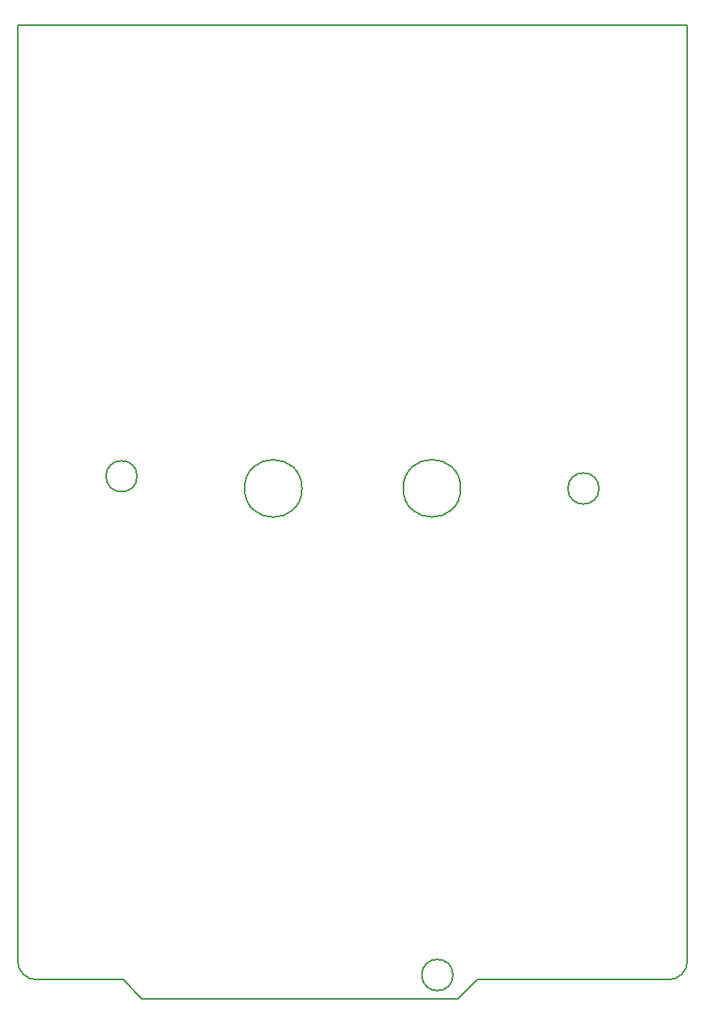
<source format=gbr>
%TF.GenerationSoftware,KiCad,Pcbnew,6.0.5-a6ca702e91~116~ubuntu20.04.1*%
%TF.CreationDate,2022-07-24T23:29:30+02:00*%
%TF.ProjectId,nucleo_expansion,6e75636c-656f-45f6-9578-70616e73696f,v1.0*%
%TF.SameCoordinates,Original*%
%TF.FileFunction,Profile,NP*%
%FSLAX46Y46*%
G04 Gerber Fmt 4.6, Leading zero omitted, Abs format (unit mm)*
G04 Created by KiCad (PCBNEW 6.0.5-a6ca702e91~116~ubuntu20.04.1) date 2022-07-24 23:29:30*
%MOMM*%
%LPD*%
G01*
G04 APERTURE LIST*
%TA.AperFunction,Profile*%
%ADD10C,0.150000*%
%TD*%
G04 APERTURE END LIST*
D10*
X200000000Y-20320000D02*
X130000000Y-20320000D01*
X159720000Y-68690000D02*
G75*
G03*
X159720000Y-68690000I-3000000J0D01*
G01*
X143000000Y-122000000D02*
X176000000Y-122000000D01*
X198000000Y-120000000D02*
G75*
G03*
X200000000Y-118000000I0J2000000D01*
G01*
X176000000Y-122000000D02*
X178000000Y-120000000D01*
X200000000Y-118000000D02*
X200000000Y-20320000D01*
X190750000Y-68700000D02*
G75*
G03*
X190750000Y-68700000I-1620000J0D01*
G01*
X130000000Y-118000000D02*
X130000000Y-20320000D01*
X142490000Y-67420000D02*
G75*
G03*
X142490000Y-67420000I-1620000J0D01*
G01*
X141000000Y-120000000D02*
X143000000Y-122000000D01*
X132000000Y-120000000D02*
X141000000Y-120000000D01*
X130000000Y-118000000D02*
G75*
G03*
X132000000Y-120000000I2000000J0D01*
G01*
X178000000Y-120000000D02*
X198000000Y-120000000D01*
X176300000Y-68680000D02*
G75*
G03*
X176300000Y-68680000I-3000000J0D01*
G01*
X175500000Y-119500000D02*
G75*
G03*
X175500000Y-119500000I-1630000J0D01*
G01*
M02*

</source>
